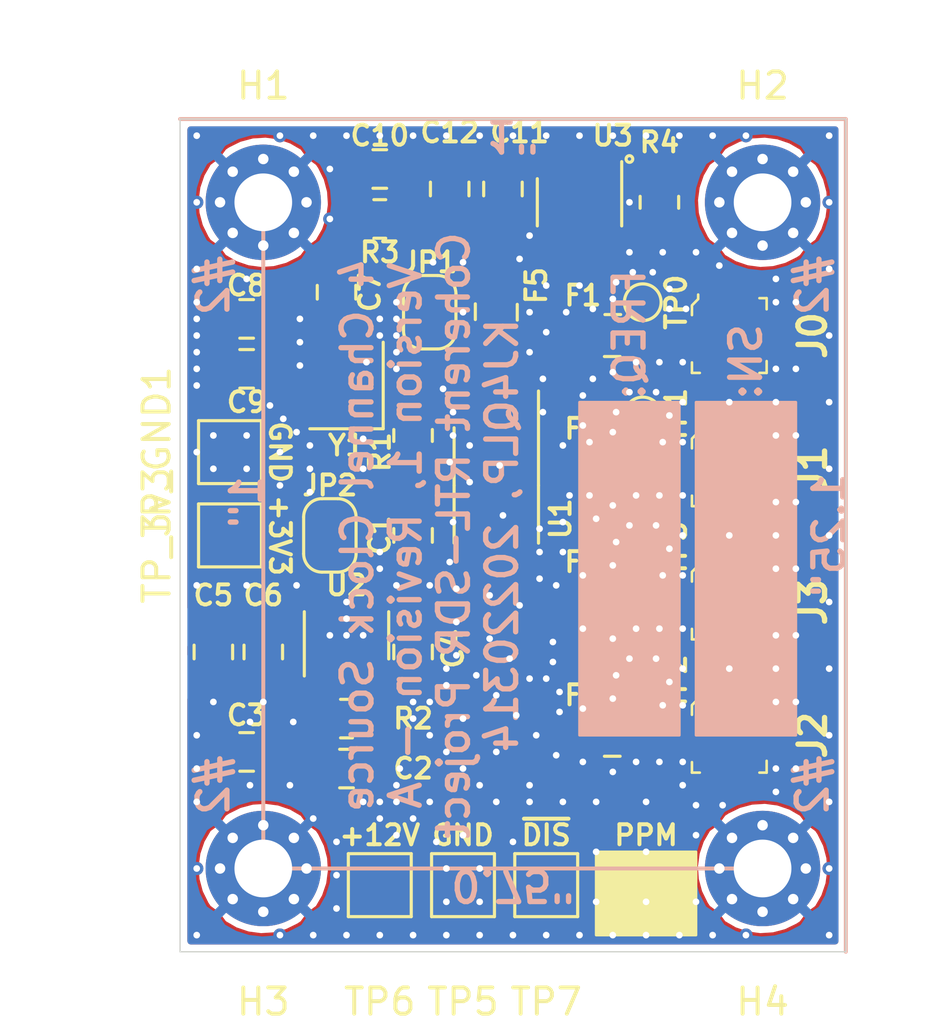
<source format=kicad_pcb>
(kicad_pcb (version 20211014) (generator pcbnew)
  (title_block (title "4 Channel Clock Source Board, V1") (date "2021-03-14") (rev "A") (company "Amateur Radio / Phased Arrays") (comment 1 "Coherent RTL-SDR Projects") (comment 2 "creativecommons.org/licenses/by/4.0/") (comment 3 "License: CC BY 4.0") (comment 4 "Author: Zach Leffke, KJ4QLP"))
  (layers (0 "F.Cu" signal) (31 "B.Cu" signal) (34 "B.Paste" user) (35 "F.Paste" user) (36 "B.SilkS" user "B.Silkscreen") (37 "F.SilkS" user "F.Silkscreen") (38 "B.Mask" user) (39 "F.Mask" user) (44 "Edge.Cuts" user))
  (net 0 "")
  (net 1 "+3V3")
  (net 2 "GND")
  (net 3 "Net-(F1-Pad2)")
  (net 4 "Net-(F2-Pad2)")
  (net 5 "Net-(F3-Pad2)")
  (net 6 "Net-(F4-Pad2)")
  (net 7 "Net-(F5-Pad1)")
  (net 8 "Net-(F5-Pad2)")
  (net 9 "/Y0")
  (net 10 "/Y1")
  (net 11 "/Y2")
  (net 12 "/Y3")
  (net 13 "+12V")
  (net 14 "Net-(C4-Pad1)")
  (net 15 "Net-(C5-Pad1)")
  (net 16 "Net-(R2-Pad2)")
  (net 17 "Net-(C10-Pad1)")
  (net 18 "Net-(C7-Pad1)")
  (net 19 "Net-(R1-Pad1)")
  (net 20 "Net-(Y1-Pad1)")
  (net 21 "Net-(C12-Pad1)")
  (footprint "kj4qlp:0805_3PC_Pad" (layer "F.Cu") (at 143.51 71.755)
    (fp_text reference "F1")
    (fp_text value "MEM2012S35R0T001")
  )
  (footprint "kj4qlp:0805_3PC_Pad" (layer "F.Cu") (at 143.51 76.835)
    (fp_text reference "F2")
    (fp_text value "MEM2012S35R0T001")
  )
  (footprint "kj4qlp:0805_3PC_Pad" (layer "F.Cu") (at 143.51 86.995)
    (fp_text reference "F3")
    (fp_text value "MEM2012S35R0T001")
  )
  (footprint "digikey-footprints:Molex_734120114_UMC_RF_CONN_Vertical" (layer "F.Cu") (at 147.955 71.755 -90)
    (fp_text reference "J0")
    (fp_text value "Y0")
  )
  (footprint "digikey-footprints:Molex_734120114_UMC_RF_CONN_Vertical" (layer "F.Cu") (at 147.955 76.835 -90)
    (fp_text reference "J1")
    (fp_text value "Y1")
  )
  (footprint "digikey-footprints:Molex_734120114_UMC_RF_CONN_Vertical" (layer "F.Cu") (at 147.955 86.995 -90)
    (fp_text reference "J2")
    (fp_text value "Y2")
  )
  (footprint "Resistor_SMD:R_0805_2012Metric" (layer "F.Cu") (at 135.89 75.565 -90)
    (fp_text reference "R1")
    (fp_text value "100k")
  )
  (footprint "TestPoint:TestPoint_Pad_2.0x2.0mm" (layer "F.Cu") (at 128.905 79.375)
    (fp_text reference "TP_3v3")
    (fp_text value "TestPoint")
  )
  (footprint "kj4qlp:0805_3PC_Pad" (layer "F.Cu") (at 143.51 81.915)
    (fp_text reference "F4")
    (fp_text value "MEM2012S35R0T001")
  )
  (footprint "digikey-footprints:Molex_734120114_UMC_RF_CONN_Vertical" (layer "F.Cu") (at 147.955 81.915 -90)
    (fp_text reference "J3")
    (fp_text value "Y3")
  )
  (footprint "Package_SO:TSSOP-8_4.4x3mm_P0.65mm" (layer "F.Cu") (at 139.065 77.47 -90)
    (fp_text reference "U1")
    (fp_text value "5PB1104PGxx")
  )
  (footprint "Capacitor_SMD:C_0805_2012Metric" (layer "F.Cu") (at 135.89 79.375 90)
    (fp_text reference "C1")
    (fp_text value "0.1uF")
  )
  (footprint "TestPoint:TestPoint_Pad_D1.0mm" (layer "F.Cu") (at 144.653 70.485)
    (fp_text reference "TP0")
    (fp_text value "TestPoint")
  )
  (footprint "TestPoint:TestPoint_Pad_D1.0mm" (layer "F.Cu") (at 144.653 74.803)
    (fp_text reference "TP1")
    (fp_text value "TestPoint")
  )
  (footprint "TestPoint:TestPoint_Pad_D1.0mm" (layer "F.Cu") (at 144.653 79.883)
    (fp_text reference "TP3")
    (fp_text value "TestPoint")
  )
  (footprint "MountingHole:MountingHole_2.2mm_M2_Pad_Via" (layer "F.Cu") (at 149.225 66.675)
    (fp_text reference "H2")
    (fp_text value "MountingHole_Pad")
  )
  (footprint "MountingHole:MountingHole_2.2mm_M2_Pad_Via" (layer "F.Cu") (at 130.175 66.675)
    (fp_text reference "H1")
    (fp_text value "MountingHole_Pad")
  )
  (footprint "Jumper:SolderJumper-2_P1.3mm_Open_RoundedPad1.0x1.5mm" (layer "F.Cu") (at 136.525 70.866 -90)
    (fp_text reference "JP1")
    (fp_text value "CLKIN_FILT_BYPASS")
  )
  (footprint "MountingHole:MountingHole_2.2mm_M2_Pad_Via" (layer "F.Cu") (at 130.175 92.075)
    (fp_text reference "H3")
    (fp_text value "MountingHole_Pad")
  )
  (footprint "MountingHole:MountingHole_2.2mm_M2_Pad_Via" (layer "F.Cu") (at 149.225 92.075)
    (fp_text reference "H4")
    (fp_text value "MountingHole_Pad")
  )
  (footprint "Capacitor_SMD:C_0805_2012Metric" (layer "F.Cu") (at 133.35 88.265)
    (fp_text reference "C2")
    (fp_text value "1uF")
  )
  (footprint "Capacitor_SMD:C_0805_2012Metric" (layer "F.Cu") (at 129.54 87.63 180)
    (fp_text reference "C3")
    (fp_text value "0.1uF")
  )
  (footprint "Capacitor_SMD:C_0805_2012Metric" (layer "F.Cu") (at 135.89 83.82 -90)
    (fp_text reference "C4")
    (fp_text value "0.1uF")
  )
  (footprint "Capacitor_SMD:C_0805_2012Metric" (layer "F.Cu") (at 128.27 83.82 -90)
    (fp_text reference "C5")
    (fp_text value "10uF")
  )
  (footprint "Jumper:SolderJumper-2_P1.3mm_Open_RoundedPad1.0x1.5mm" (layer "F.Cu") (at 132.715 79.375 90)
    (fp_text reference "JP2")
    (fp_text value "VREG")
  )
  (footprint "Resistor_SMD:R_0805_2012Metric" (layer "F.Cu") (at 133.35 86.36)
    (fp_text reference "R2")
    (fp_text value "100k")
  )
  (footprint "TestPoint:TestPoint_Pad_2.0x2.0mm" (layer "F.Cu") (at 134.62 92.71)
    (fp_text reference "TP6")
    (fp_text value "TestPoint")
  )
  (footprint "TestPoint:TestPoint_Pad_2.0x2.0mm" (layer "F.Cu") (at 137.795 92.71)
    (fp_text reference "TP5")
    (fp_text value "TestPoint")
  )
  (footprint "Package_TO_SOT_SMD:SOT-23-5" (layer "F.Cu") (at 133.35 83.185 90)
    (fp_text reference "U2")
    (fp_text value "SPX3819M5-L-3-3")
  )
  (footprint "Capacitor_SMD:C_0805_2012Metric" (layer "F.Cu") (at 130.175 83.82 -90)
    (fp_text reference "C6")
    (fp_text value "0.1uF")
  )
  (footprint "TestPoint:TestPoint_Pad_D1.0mm" (layer "F.Cu") (at 144.653 84.963)
    (fp_text reference "TP2")
    (fp_text value "TestPoint")
  )
  (footprint "TestPoint:TestPoint_Pad_2.0x2.0mm" (layer "F.Cu") (at 140.97 92.71)
    (fp_text reference "TP7")
    (fp_text value "TestPoint")
  )
  (footprint "Capacitor_SMD:C_0805_2012Metric" (layer "F.Cu") (at 132.969 70.104 90)
    (fp_text reference "C7")
    (fp_text value "1000pF")
  )
  (footprint "Capacitor_SMD:C_0805_2012Metric" (layer "F.Cu") (at 129.54 71.12 180)
    (fp_text reference "C8")
    (fp_text value "0.1uF")
  )
  (footprint "Capacitor_SMD:C_0805_2012Metric" (layer "F.Cu") (at 129.54 73.025 180)
    (fp_text reference "C9")
    (fp_text value "0.01uF")
  )
  (footprint "Capacitor_SMD:C_0805_2012Metric" (layer "F.Cu") (at 134.62 65.405 180)
    (fp_text reference "C10")
    (fp_text value "10pF")
  )
  (footprint "Resistor_SMD:R_0805_2012Metric" (layer "F.Cu") (at 134.62 67.31 180)
    (fp_text reference "R3")
    (fp_text value "10k")
  )
  (footprint "Package_TO_SOT_SMD:SOT-23-6" (layer "F.Cu") (at 142.24 66.675 -90)
    (fp_text reference "U3")
    (fp_text value "SN74LVC2G14DBV")
  )
  (footprint "Crystal:Crystal_SMD_2520-4Pin_2.5x2.0mm" (layer "F.Cu") (at 133.35 73.66 90)
    (fp_text reference "Y1")
    (fp_text value "TCXO_B31")
  )
  (footprint "TestPoint:TestPoint_Pad_2.0x2.0mm" (layer "F.Cu") (at 128.905 76.2)
    (fp_text reference "TP_GND1")
    (fp_text value "TestPoint")
  )
  (footprint "Capacitor_SMD:C_0805_2012Metric" (layer "F.Cu") (at 139.319 66.167 90)
    (fp_text reference "C11")
    (fp_text value "0.1uF")
  )
  (footprint "kj4qlp:0805_3PC_Pad" (layer "F.Cu") (at 139.065 70.866 -90)
    (fp_text reference "F5")
    (fp_text value "MEM2012S35R0T001")
  )
  (footprint "Capacitor_SMD:C_0805_2012Metric" (layer "F.Cu") (at 137.287 66.167 -90)
    (fp_text reference "C12")
    (fp_text value "1000pF")
  )
  (footprint "Resistor_SMD:R_0805_2012Metric" (layer "F.Cu") (at 145.288 66.675 90)
    (fp_text reference "R4")
    (fp_text value "10k")
  )
  (gr_line (start 152.4 63.5) (end 152.4 95.25) (layer "B.SilkS") (width 0.15))
  (gr_line (start 127 63.5) (end 152.4 63.5) (layer "B.SilkS") (width 0.15))
  (gr_poly (pts (xy 146.05 86.995) (xy 142.24 86.995) (xy 142.24 74.295) (xy 146.05 74.295)) (layer "B.SilkS") (width 0.1) (fill solid))
  (gr_poly (pts (xy 150.495 86.995) (xy 146.685 86.995) (xy 146.685 74.295) (xy 150.495 74.295)) (layer "B.SilkS") (width 0.1) (fill solid))
  (gr_line (start 130.175 92.075) (end 149.225 92.075) (layer "B.SilkS") (width 0.15))
  (gr_line (start 130.175 66.675) (end 130.175 92.075) (layer "B.SilkS") (width 0.15))
  (gr_poly (pts (xy 146.685 94.615) (xy 142.875 94.615) (xy 142.875 91.44) (xy 146.685 91.44)) (layer "F.SilkS") (width 0.1) (fill solid))
  (gr_circle (center 144.145 65.024) (end 144.145 65.151) (layer "F.SilkS") (width 0.12) (fill none))
  (gr_line (start 127 95.25) (end 127 63.5) (layer "Edge.Cuts") (width 0.05))
  (gr_line (start 152.4 95.25) (end 127 95.25) (layer "Edge.Cuts") (width 0.05))
  (gr_line (start 152.4 63.5) (end 152.4 95.25) (layer "Edge.Cuts") (width 0.05))
  (gr_line (start 127 63.5) (end 152.4 63.5) (layer "Edge.Cuts") (width 0.05))
  (gr_text "4 Channel Clock Source\nVersion 1, Revision - A\nCoherent RTL-SDR Project\nKJ4QLP, 20220314" (at 136.525 79.375 90) (layer "B.SilkS") (effects (font (size 1.143 1.143) (thickness 0.2032)) (justify mirror)))
  (gr_text "SN:" (at 148.59 74.295 90) (layer "B.SilkS") (effects (font (size 1.143 1.143) (thickness 0.2032)) (justify right mirror)))
  (gr_text "#2" (at 151.13 88.9 90) (layer "B.SilkS") (effects (font (size 1.143 1.143) (thickness 0.2032)) (justify mirror)))
  (gr_text "#2" (at 151.13 69.85 90) (layer "B.SilkS") (effects (font (size 1.143 1.143) (thickness 0.2032)) (justify mirror)))
  (gr_text "#2" (at 128.27 69.85 90) (layer "B.SilkS") (effects (font (size 1.143 1.143) (thickness 0.2032)) (justify mirror)))
  (gr_text "#2" (at 128.27 88.9 90) (layer "B.SilkS") (effects (font (size 1.143 1.143) (thickness 0.2032)) (justify mirror)))
  (gr_text "1\"" (at 129.54 78.105 90) (layer "B.SilkS") (effects (font (size 1.143 1.143) (thickness 0.2032)) (justify mirror)))
  (gr_text "0.75\"" (at 139.7 92.71 180) (layer "B.SilkS") (effects (font (size 1.143 1.143) (thickness 0.2032)) (justify mirror)))
  (gr_text "1.25\"" (at 151.765 79.375 90) (layer "B.SilkS") (effects (font (size 1.143 1.143) (thickness 0.2032)) (justify mirror)))
  (gr_text "1\"" (at 139.7 64.135 180) (layer "B.SilkS") (effects (font (size 1.143 1.143) (thickness 0.2032)) (justify mirror)))
  (gr_text "FREQ:" (at 144.145 74.295 90) (layer "B.SilkS") (effects (font (size 1.143 1.143) (thickness 0.2032)) (justify right mirror)))
  (gr_text "GND" (at 137.795 90.805) (layer "F.SilkS") (effects (font (size 0.762 0.762) (thickness 0.1524))))
  (gr_text "+3V3" (at 130.81 79.375 270) (layer "F.SilkS") (effects (font (size 0.762 0.762) (thickness 0.1524))))
  (gr_text "GND" (at 130.81 76.2 -90) (layer "F.SilkS") (effects (font (size 0.762 0.762) (thickness 0.1524))))
  (gr_text "~{DIS}" (at 140.97 90.805) (layer "F.SilkS") (effects (font (size 0.762 0.762) (thickness 0.1524))))
  (gr_text "PPM" (at 144.78 90.805) (layer "F.SilkS") (effects (font (size 0.762 0.762) (thickness 0.1524))))
  (gr_text "+12V" (at 134.62 90.805) (layer "F.SilkS") (effects (font (size 0.762 0.762) (thickness 0.1524))))
  (segment (start 140.6525 66.8655) (end 142.1145 66.8655) (width 0.254) (layer "F.Cu") (net 1))
  (segment (start 130.49 71.12) (end 130.49 73.025) (width 0.508) (layer "F.Cu") (net 1))
  (segment (start 138.938 68.199) (end 139.319 67.818) (width 0.254) (layer "F.Cu") (net 1))
  (segment (start 130.49 71.12) (end 131.506 70.104) (width 0.254) (layer "F.Cu") (net 1))
  (segment (start 138.74 79.177) (end 137.287 77.724) (width 0.254) (layer "F.Cu") (net 1))
  (segment (start 134.4295 70.104) (end 136.3345 68.199) (width 0.254) (layer "F.Cu") (net 1))
  (segment (start 130.81 79.375) (end 131.46 78.725) (width 0.762) (layer "F.Cu") (net 1))
  (segment (start 138.74 80.3325) (end 138.74 79.177) (width 0.254) (layer "F.Cu") (net 1))
  (segment (start 142.24 66.991) (end 142.24 67.775) (width 0.254) (layer "F.Cu") (net 1))
  (segment (start 132 74.535) (end 130.49 73.025) (width 0.508) (layer "F.Cu") (net 1))
  (segment (start 131.506 70.104) (end 134.4295 70.104) (width 0.254) (layer "F.Cu") (net 1))
  (segment (start 135.89 77.47) (end 137.033 77.47) (width 0.254) (layer "F.Cu") (net 1))
  (segment (start 142.1145 66.8655) (end 142.24 66.991) (width 0.254) (layer "F.Cu") (net 1))
  (segment (start 132.715 78.725) (end 133.6825 78.725) (width 0.762) (layer "F.Cu") (net 1))
  (segment (start 140.401 67.117) (end 140.6525 66.8655) (width 0.254) (layer "F.Cu") (net 1))
  (segment (start 132.715 74.6) (end 132.65 74.535) (width 0.508) (layer "F.Cu") (net 1))
  (segment (start 131.46 78.725) (end 132.715 78.725) (width 0.762) (layer "F.Cu") (net 1))
  (segment (start 139.319 67.117) (end 140.401 67.117) (width 0.254) (layer "F.Cu") (net 1))
  (segment (start 137.033 77.47) (end 137.287 77.724) (width 0.254) (layer "F.Cu") (net 1))
  (segment (start 133.6825 78.725) (end 134.9375 77.47) (width 0.762) (layer "F.Cu") (net 1))
  (segment (start 136.3345 68.199) (end 138.938 68.199) (width 0.254) (layer "F.Cu") (net 1))
  (segment (start 137.287 77.724) (end 137.16 77.597) (width 0.254) (layer "F.Cu") (net 1))
  (segment (start 134.9375 77.47) (end 135.89 77.47) (width 0.762) (layer "F.Cu") (net 1))
  (segment (start 132.65 78.66) (end 132.715 78.725) (width 0.508) (layer "F.Cu") (net 1))
  (segment (start 128.905 79.375) (end 130.81 79.375) (width 0.762) (layer "F.Cu") (net 1))
  (segment (start 135.89 76.4775) (end 135.89 77.47) (width 0.762) (layer "F.Cu") (net 1))
  (segment (start 132.715 78.725) (end 132.715 74.6) (width 0.508) (layer "F.Cu") (net 1))
  (segment (start 139.319 67.818) (end 139.319 67.117) (width 0.254) (layer "F.Cu") (net 1))
  (segment (start 135.89 78.425) (end 135.89 77.47) (width 0.762) (layer "F.Cu") (net 1))
  (segment (start 132.65 74.535) (end 132 74.535) (width 0.508) (layer "F.Cu") (net 1))
  (via (at 137.414 74.676) (size 0.508) (drill 0.254) (layers "F.Cu" "B.Cu") (net 2))
  (via (at 143.51 75.438) (size 0.508) (drill 0.254) (layers "F.Cu" "B.Cu") (net 2))
  (via (at 143.51 78.232) (size 0.508) (drill 0.254) (layers "F.Cu" "B.Cu") (net 2))
  (via (at 143.51 80.518) (size 0.508) (drill 0.254) (layers "F.Cu" "B.Cu") (net 2))
  (via (at 143.51 83.312) (size 0.508) (drill 0.254) (layers "F.Cu" "B.Cu") (net 2))
  (via (at 143.51 85.598) (size 0.508) (drill 0.254) (layers "F.Cu" "B.Cu") (net 2))
  (via (at 143.51 88.392) (size 0.508) (drill 0.254) (layers "F.Cu" "B.Cu") (net 2))
  (via (at 143.51 73.152) (size 0.508) (drill 0.254) (layers "F.Cu" "B.Cu") (net 2))
  (via (at 143.51 70.358) (size 0.508) (drill 0.254) (layers "F.Cu" "B.Cu") (net 2))
  (via (at 140.335 72.39) (size 0.508) (drill 0.254) (layers "F.Cu" "B.Cu") (net 2))
  (via (at 140.97 71.628) (size 0.508) (drill 0.254) (layers "F.Cu" "B.Cu") (net 2))
  (via (at 141.732 70.866) (size 0.508) (drill 0.254) (layers "F.Cu" "B.Cu") (net 2))
  (via (at 142.748 70.739) (size 0.508) (drill 0.254) (layers "F.Cu" "B.Cu") (net 2))
  (via (at 141.605 75.946) (size 0.508) (drill 0.254) (layers "F.Cu" "B.Cu") (net 2))
  (via (at 142.367 75.184) (size 0.508) (drill 0.254) (layers "F.Cu" "B.Cu") (net 2))
  (via (at 142.367 74.041) (size 0.508) (drill 0.254) (layers "F.Cu" "B.Cu") (net 2))
  (via (at 142.748 73.406) (size 0.508) (drill 0.254) (layers "F.Cu" "B.Cu") (net 2))
  (via (at 144.399 72.771) (size 0.508) (drill 0.254) (layers "F.Cu" "B.Cu") (net 2))
  (via (at 145.288 72.771) (size 0.508) (drill 0.254) (layers "F.Cu" "B.Cu") (net 2))
  (via (at 142.621 75.819) (size 0.508) (drill 0.254) (layers "F.Cu" "B.Cu") (net 2))
  (via (at 142.621 77.851) (size 0.508) (drill 0.254) (layers "F.Cu" "B.Cu") (net 2))
  (via (at 141.859 77.851) (size 0.508) (drill 0.254) (layers "F.Cu" "B.Cu") (net 2))
  (via (at 140.716 79.121) (size 0.508) (drill 0.254) (layers "F.Cu" "B.Cu") (net 2))
  (via (at 141.605 78.867) (size 0.508) (drill 0.254) (layers "F.Cu" "B.Cu") (net 2))
  (via (at 141.224 83.439) (size 0.508) (drill 0.254) (layers "F.Cu" "B.Cu") (net 2))
  (via (at 140.716 80.01) (size 0.508) (drill 0.254) (layers "F.Cu" "B.Cu") (net 2))
  (via (at 146.177 82.931) (size 0.508) (drill 0.254) (layers "F.Cu" "B.Cu") (net 2))
  (via (at 142.367 80.899) (size 0.508) (drill 0.254) (layers "F.Cu" "B.Cu") (net 2))
  (via (at 143.637 79.629) (size 0.508) (drill 0.254) (layers "F.Cu" "B.Cu") (net 2))
  (via (at 144.145 78.994) (size 0.508) (drill 0.254) (layers "F.Cu" "B.Cu") (net 2))
  (via (at 145.161 78.994) (size 0.508) (drill 0.254) (layers "F.Cu" "B.Cu") (net 2))
  (via (at 145.415 80.899) (size 0.508) (drill 0.254) (layers "F.Cu" "B.Cu") (net 2))
  (via (at 146.177 80.899) (size 0.508) (drill 0.254) (layers "F.Cu" "B.Cu") (net 2))
  (via (at 146.177 79.375) (size 0.508) (drill 0.254) (layers "F.Cu" "B.Cu") (net 2))
  (via (at 146.177 77.851) (size 0.508) (drill 0.254) (layers "F.Cu" "B.Cu") (net 2))
  (via (at 140.716 81.026) (size 0.508) (drill 0.254) (layers "F.Cu" "B.Cu") (net 2))
  (via (at 141.351 81.28) (size 0.508) (drill 0.254) (layers "F.Cu" "B.Cu") (net 2))
  (via (at 138.811 81.661) (size 0.508) (drill 0.254) (layers "F.Cu" "B.Cu") (net 2))
  (via (at 138.811 83.312) (size 0.508) (drill 0.254) (layers "F.Cu" "B.Cu") (net 2))
  (via (at 144.399 82.931) (size 0.508) (drill 0.254) (layers "F.Cu" "B.Cu") (net 2))
  (via (at 139.573 84.074) (size 0.508) (drill 0.254) (layers "F.Cu" "B.Cu") (net 2))
  (via (at 140.335 84.836) (size 0.508) (drill 0.254) (layers "F.Cu" "B.Cu") (net 2))
  (via (at 140.97 84.836) (size 0.508) (drill 0.254) (layers "F.Cu" "B.Cu") (net 2))
  (via (at 141.478 86.106) (size 0.508) (drill 0.254) (layers "F.Cu" "B.Cu") (net 2))
  (via (at 141.478 85.344) (size 0.508) (drill 0.254) (layers "F.Cu" "B.Cu") (net 2))
  (via (at 137.541 82.677) (size 0.508) (drill 0.254) (layers "F.Cu" "B.Cu") (net 2))
  (via (at 142.367 85.979) (size 0.508) (drill 0.254) (layers "F.Cu" "B.Cu") (net 2))
  (via (at 139.954 82.042) (size 0.508) (drill 0.254) (layers "F.Cu" "B.Cu") (net 2))
  (via (at 141.224 84.201) (size 0.508) (drill 0.254) (layers "F.Cu" "B.Cu") (net 2))
  (via (at 142.367 82.931) (size 0.508) (drill 0.254) (layers "F.Cu" "B.Cu") (net 2))
  (via (at 146.177 84.455) (size 0.508) (drill 0.254) (layers "F.Cu" "B.Cu") (net 2))
  (via (at 146.177 85.852) (size 0.508) (drill 0.254) (layers "F.Cu" "B.Cu") (net 2))
  (via (at 145.288 82.931) (size 0.508) (drill 0.254) (layers "F.Cu" "B.Cu") (net 2))
  (via (at 145.288 77.851) (size 0.508) (drill 0.254) (layers "F.Cu" "B.Cu") (net 2))
  (via (at 144.399 77.851) (size 0.508) (drill 0.254) (layers "F.Cu" "B.Cu") (net 2))
  (via (at 144.399 88.011) (size 0.508) (drill 0.254) (layers "F.Cu" "B.Cu") (net 2))
  (via (at 146.177 88.011) (size 0.508) (drill 0.254) (layers "F.Cu" "B.Cu") (net 2))
  (via (at 145.288 88.011) (size 0.508) (drill 0.254) (layers "F.Cu" "B.Cu") (net 2))
  (via (at 145.415 85.852) (size 0.508) (drill 0.254) (layers "F.Cu" "B.Cu") (net 2))
  (via (at 142.367 88.011) (size 0.508) (drill 0.254) (layers "F.Cu" "B.Cu") (net 2))
  (via (at 137.541 83.947) (size 0.508) (drill 0.254) (layers "F.Cu" "B.Cu") (net 2))
  (via (at 138.303 84.709) (size 0.508) (drill 0.254) (layers "F.Cu" "B.Cu") (net 2))
  (via (at 139.065 85.471) (size 0.508) (drill 0.254) (layers "F.Cu" "B.Cu") (net 2))
  (via (at 139.827 86.233) (size 0.508) (drill 0.254) (layers "F.Cu" "B.Cu") (net 2))
  (via (at 140.589 86.995) (size 0.508) (drill 0.254) (layers "F.Cu" "B.Cu") (net 2))
  (via (at 141.351 87.757) (size 0.508) (drill 0.254) (layers "F.Cu" "B.Cu") (net 2))
  (via (at 137.541 81.407) (size 0.508) (drill 0.254) (layers "F.Cu" "B.Cu") (net 2))
  (via (at 136.525 81.28) (size 0.508) (drill 0.254) (layers "F.Cu" "B.Cu") (net 2))
  (via (at 135.255 81.28) (size 0.508) (drill 0.254) (layers "F.Cu" "B.Cu") (net 2))
  (via (at 137.287 80.391) (size 0.508) (drill 0.254) (layers "F.Cu" "B.Cu") (net 2))
  (via (at 137.414 78.867) (size 0.508) (drill 0.254) (layers "F.Cu" "B.Cu") (net 2))
  (via (at 139.319 78.613) (size 0.508) (drill 0.254) (layers "F.Cu" "B.Cu") (net 2))
  (via (at 138.049 77.343) (size 0.508) (drill 0.254) (layers "F.Cu" "B.Cu") (net 2))
  (via (at 139.192 76.708) (size 0.508) (drill 0.254) (layers "F.Cu" "B.Cu") (net 2))
  (via (at 137.033 73.787) (size 0.508) (drill 0.254) (layers "F.Cu" "B.Cu") (net 2))
  (via (at 137.287 76.581) (size 0.508) (drill 0.254) (layers "F.Cu" "B.Cu") (net 2))
  (via (at 146.177 75.819) (size 0.508) (drill 0.254) (layers "F.Cu" "B.Cu") (net 2))
  (via (at 146.177 74.295) (size 0.508) (drill 0.254) (layers "F.Cu" "B.Cu") (net 2))
  (via (at 146.177 72.771) (size 0.508) (drill 0.254) (layers "F.Cu" "B.Cu") (net 2))
  (via (at 145.415 75.819) (size 0.508) (drill 0.254) (layers "F.Cu" "B.Cu") (net 2))
  (via (at 143.637 69.723) (size 0.508) (drill 0.254) (layers "F.Cu" "B.Cu") (net 2))
  (via (at 146.304 70.739) (size 0.508) (drill 0.254) (layers "F.Cu" "B.Cu") (net 2))
  (via (at 144.272 69.342) (size 0.508) (drill 0.254) (layers "F.Cu" "B.Cu") (net 2))
  (via (at 145.034 69.342) (size 0.508) (drill 0.254) (layers "F.Cu" "B.Cu") (net 2))
  (via (at 144.145 68.58) (size 0.508) (drill 0.254) (layers "F.Cu" "B.Cu") (net 2))
  (via (at 142.24 69.85) (size 0.508) (drill 0.254) (layers "F.Cu" "B.Cu") (net 2))
  (via (at 145.669 69.977) (size 0.508) (drill 0.254) (layers "F.Cu" "B.Cu") (net 2))
  (via (at 143.637 74.676) (size 0.508) (drill 0.254) (layers "F.Cu" "B.Cu") (net 2))
  (via (at 144.145 73.914) (size 0.508) (drill 0.254) (layers "F.Cu" "B.Cu") (net 2))
  (via (at 145.161 73.914) (size 0.508) (drill 0.254) (layers "F.Cu" "B.Cu") (net 2))
  (via (at 145.669 74.803) (size 0.508) (drill 0.254) (layers "F.Cu" "B.Cu") (net 2))
  (via (at 145.669 79.883) (size 0.508) (drill 0.254) (layers "F.Cu" "B.Cu") (net 2))
  (via (at 143.637 84.709) (size 0.508) (drill 0.254) (layers "F.Cu" "B.Cu") (net 2))
  (via (at 144.145 84.074) (size 0.508) (drill 0.254) (layers "F.Cu" "B.Cu") (net 2))
  (via (at 145.161 84.074) (size 0.508) (drill 0.254) (layers "F.Cu" "B.Cu") (net 2))
  (via (at 145.669 84.963) (size 0.508) (drill 0.254) (layers "F.Cu" "B.Cu") (net 2))
  (via (at 135.89 85.725) (size 0.508) (drill 0.254) (layers "F.Cu" "B.Cu") (net 2))
  (via (at 136.525 85.725) (size 0.508) (drill 0.254) (layers "F.Cu" "B.Cu") (net 2))
  (via (at 135.255 88.9) (size 0.508) (drill 0.254) (layers "F.Cu" "B.Cu") (net 2))
  (via (at 127.635 88.265) (size 0.508) (drill 0.254) (layers "F.Cu" "B.Cu") (net 2))
  (via (at 127.635 86.995) (size 0.508) (drill 0.254) (layers "F.Cu" "B.Cu") (net 2))
  (via (at 137.16 92.075) (size 0.508) (drill 0.254) (layers "F.Cu" "B.Cu") (net 2))
  (via (at 138.43 92.075) (size 0.508) (drill 0.254) (layers "F.Cu" "B.Cu") (net 2))
  (via (at 138.43 93.345) (size 0.508) (drill 0.254) (layers "F.Cu" "B.Cu") (net 2))
  (via (at 137.16 93.345) (size 0.508) (drill 0.254) (layers "F.Cu" "B.Cu") (net 2))
  (via (at 135.382 88.265) (size 0.508) (drill 0.254) (layers "F.Cu" "B.Cu") (net 2))
  (via (at 151.765 64.135) (size 0.508) (drill 0.254) (layers "F.Cu" "B.Cu") (net 2))
  (via (at 151.765 69.215) (size 0.508) (drill 0.254) (layers "F.Cu" "B.Cu") (net 2))
  (via (at 151.765 71.755) (size 0.508) (drill 0.254) (layers "F.Cu" "B.Cu") (net 2))
  (via (at 151.765 74.295) (size 0.508) (drill 0.254) (layers "F.Cu" "B.Cu") (net 2))
  (via (at 151.765 76.835) (size 0.508) (drill 0.254) (layers "F.Cu" "B.Cu") (net 2))
  (via (at 151.765 79.375) (size 0.508) (drill 0.254) (layers "F.Cu" "B.Cu") (net 2))
  (via (at 151.765 81.915) (size 0.508) (drill 0.254) (layers "F.Cu" "B.Cu") (net 2))
  (via (at 151.765 84.455) (size 0.508) (drill 0.254) (layers "F.Cu" "B.Cu") (net 2))
  (via (at 151.765 86.995) (size 0.508) (drill 0.254) (layers "F.Cu" "B.Cu") (net 2))
  (via (at 151.765 89.535) (size 0.508) (drill 0.254) (layers "F.Cu" "B.Cu") (net 2))
  (via (at 139.7 64.135) (size 0.508) (drill 0.254) (layers "F.Cu" "B.Cu") (net 2))
  (via (at 144.78 64.135) (size 0.508) (drill 0.254) (layers "F.Cu" "B.Cu") (net 2))
  (via (at 147.32 64.135) (size 0.508) (drill 0.254) (layers "F.Cu" "B.Cu") (net 2))
  (via (at 142.24 64.135) (size 0.508) (drill 0.254) (layers "F.Cu" "B.Cu") (net 2))
  (via (at 134.62 64.135) (size 0.508) (drill 0.254) (layers "F.Cu" "B.Cu") (net 2))
  (via (at 132.08 64.135) (size 0.508) (drill 0.254) (layers "F.Cu" "B.Cu") (net 2))
  (via (at 137.16 64.135) (size 0.508) (drill 0.254) (layers "F.Cu" "B.Cu") (net 2))
  (via (at 134.62 94.615) (size 0.508) (drill 0.254) (layers "F.Cu" "B.Cu") (net 2))
  (via (at 142.24 94.615) (size 0.508) (drill 0.254) (layers "F.Cu" "B.Cu") (net 2))
  (via (at 132.08 94.615) (size 0.508) (drill 0.254) (layers "F.Cu" "B.Cu") (net 2))
  (via (at 139.7 94.615) (size 0.508) (drill 0.254) (layers "F.Cu" "B.Cu") (net 2))
  (via (at 137.16 94.615) (size 0.508) (drill 0.254) (layers "F.Cu" "B.Cu") (net 2))
  (via (at 147.32 94.615) (size 0.508) (drill 0.254) (layers "F.Cu" "B.Cu") (net 2))
  (via (at 144.78 94.615) (size 0.508) (drill 0.254) (layers "F.Cu" "B.Cu") (net 2))
  (via (at 127.635 69.215) (size 0.508) (drill 0.254) (layers "F.Cu" "B.Cu") (net 2))
  (via (at 127.635 71.12) (size 0.508) (drill 0.254) (layers "F.Cu" "B.Cu") (net 2))
  (via (at 127.635 73.66) (size 0.508) (drill 0.254) (layers "F.Cu" "B.Cu") (net 2))
  (via (at 127.635 73.025) (size 0.508) (drill 0.254) (layers "F.Cu" "B.Cu") (net 2))
  (via (at 127.635 81.28) (size 0.508) (drill 0.254) (layers "F.Cu" "B.Cu") (net 2))
  (via (at 151.765 66.675) (size 0.508) (drill 0.254) (layers "F.Cu" "B.Cu") (net 2))
  (via (at 142.875 89.535) (size 0.508) (drill 0.254) (layers "F.Cu" "B.Cu") (net 2))
  (via (at 146.685 90.805) (size 0.508) (drill 0.254) (layers "F.Cu" "B.Cu") (net 2))
  (via (at 141.605 89.535) (size 0.508) (drill 0.254) (layers "F.Cu" "B.Cu") (net 2))
  (via (at 140.335 89.535) (size 0.508) (drill 0.254) (layers "F.Cu" "B.Cu") (net 2))
  (via (at 136.525 86.995) (size 0.508) (drill 0.254) (layers "F.Cu" "B.Cu") (net 2))
  (via (at 137.16 87.63) (size 0.508) (drill 0.254) (layers "F.Cu" "B.Cu") (net 2))
  (via (at 151.765 94.615) (size 0.508) (drill 0.254) (layers "F.Cu" "B.Cu") (net 2))
  (via (at 127.635 94.615) (size 0.508) (drill 0.254) (layers "F.Cu" "B.Cu") (net 2))
  (via (at 127.635 89.535) (size 0.508) (drill 0.254) (layers "F.Cu" "B.Cu") (net 2))
  (via (at 127.635 64.135) (size 0.508) (drill 0.254) (layers "F.Cu" "B.Cu") (net 2))
  (via (at 150.495 80.645) (size 0.508) (drill 0.254) (layers "F.Cu" "B.Cu") (net 2))
  (via (at 150.495 70.485) (size 0.508) (drill 0.254) (layers "F.Cu" "B.Cu") (net 2))
  (via (at 150.495 85.725) (size 0.508) (drill 0.254) (layers "F.Cu" "B.Cu") (net 2))
  (via (at 150.495 83.185) (size 0.508) (drill 0.254) (layers "F.Cu" "B.Cu") (net 2))
  (via (at 150.495 75.565) (size 0.508) (drill 0.254) (layers "F.Cu" "B.Cu") (net 2))
  (via (at 150.495 78.105) (size 0.508) (drill 0.254) (layers "F.Cu" "B.Cu") (net 2))
  (via (at 150.495 73.025) (size 0.508) (drill 0.254) (layers "F.Cu" "B.Cu") (net 2))
  (via (at 150.495 88.265) (size 0.508) (drill 0.254) (layers "F.Cu" "B.Cu") (net 2))
  (via (at 131.445 81.28) (size 0.508) (drill 0.254) (layers "F.Cu" "B.Cu") (net 2))
  (via (at 133.35 83.185) (size 0.508) (drill 0.254) (layers "F.Cu" "B.Cu") (net 2))
  (via (at 129.54 81.28) (size 0.508) (drill 0.254) (layers "F.Cu" "B.Cu") (net 2))
  (via (at 137.795 90.805) (size 0.508) (drill 0.254) (layers "F.Cu" "B.Cu") (net 2))
  (via (at 136.525 89.535) (size 0.508) (drill 0.254) (layers "F.Cu" "B.Cu") (net 2))
  (via (at 135.89 90.17) (size 0.508) (drill 0.254) (layers "F.Cu" "B.Cu") (net 2))
  (via (at 136.779 91.059) (size 0.508) (drill 0.254) (layers "F.Cu" "B.Cu") (net 2))
  (via (at 139.7 91.059) (size 0.508) (drill 0.254) (layers "F.Cu" "B.Cu") (net 2))
  (via (at 132.969 91.059) (size 0.508) (drill 0.254) (layers "F.Cu" "B.Cu") (net 2))
  (via (at 129.667 88.9) (size 0.508) (drill 0.254) (layers "F.Cu" "B.Cu") (net 2))
  (via (at 131.191 88.9) (size 0.508) (drill 0.254) (layers "F.Cu" "B.Cu") (net 2))
  (via (at 129.667 86.487) (size 0.508) (drill 0.254) (layers "F.Cu" "B.Cu") (net 2))
  (via (at 131.318 86.487) (size 0.508) (drill 0.254) (layers "F.Cu" "B.Cu") (net 2))
  (via (at 147.955 74.295) (size 0.508) (drill 0.254) (layers "F.Cu" "B.Cu") (net 2))
  (via (at 149.733 74.295) (size 0.508) (drill 0.254) (layers "F.Cu" "B.Cu") (net 2))
  (via (at 147.955 79.375) (size 0.508) (drill 0.254) (layers "F.Cu" "B.Cu") (net 2))
  (via (at 147.955 84.455) (size 0.508) (drill 0.254) (layers "F.Cu" "B.Cu") (net 2))
  (via (at 149.733 84.455) (size 0.508) (drill 0.254) (layers "F.Cu" "B.Cu") (net 2))
  (via (at 149.733 79.375) (size 0.508) (drill 0.254) (layers "F.Cu" "B.Cu") (net 2))
  (via (at 146.177 88.9) (size 0.508) (drill 0.254) (layers "F.Cu" "B.Cu") (net 2))
  (via (at 147.701 89.662) (size 0.508) (drill 0.254) (layers "F.Cu" "B.Cu") (net 2))
  (via (at 146.685 89.662) (size 0.508) (drill 0.254) (layers "F.Cu" "B.Cu") (net 2))
  (via (at 149.733 88.265) (size 0.508) (drill 0.254) (layers "F.Cu" "B.Cu") (net 2))
  (via (at 149.733 89.154) (size 0.508) (drill 0.254) (layers "F.Cu" "B.Cu") (net 2))
  (via (at 149.733 85.725) (size 0.508) (drill 0.254) (layers "F.Cu" "B.Cu") (net 2))
  (via (at 149.733 83.185) (size 0.508) (drill 0.254) (layers "F.Cu" "B.Cu") (net 2))
  (via (at 149.733 80.645) (size 0.508) (drill 0.254) (layers "F.Cu" "B.Cu") (net 2))
  (via (at 149.733 78.105) (size 0.508) (drill 0.254) (layers "F.Cu" "B.Cu") (net 2))
  (via (at 149.733 75.565) (size 0.508) (drill 0.254) (layers "F.Cu" "B.Cu") (net 2))
  (via (at 149.733 73.025) (size 0.508) (drill 0.254) (layers "F.Cu" "B.Cu") (net 2))
  (via (at 149.733 70.485) (size 0.508) (drill 0.254) (layers "F.Cu" "B.Cu") (net 2))
  (via (at 149.733 69.596) (size 0.508) (drill 0.254) (layers "F.Cu" "B.Cu") (net 2))
  (via (at 147.574 69.088) (size 0.508) (drill 0.254) (layers "F.Cu" "B.Cu") (net 2))
  (via (at 151.765 92.075) (size 0.508) (drill 0.254) (layers "F.Cu" "B.Cu") (net 2))
  (via (at 128.27 76.835) (size 0.508) (drill 0.254) (layers "F.Cu" "B.Cu") (net 2))
  (via (at 129.54 76.835) (size 0.508) (drill 0.254) (layers "F.Cu" "B.Cu") (net 2))
  (via (at 129.54 75.565) (size 0.508) (drill 0.254) (layers "F.Cu" "B.Cu") (net 2))
  (via (at 128.27 75.565) (size 0.508) (drill 0.254) (layers "F.Cu" "B.Cu") (net 2))
  (via (at 140.335 70.866) (size 0.508) (drill 0.254) (layers "F.Cu" "B.Cu") (net 2))
  (via (at 137.795 70.866) (size 0.508) (drill 0.254) (layers "F.Cu" "B.Cu") (net 2))
  (via (at 138.43 64.135) (size 0.508) (drill 0.254) (layers "F.Cu" "B.Cu") (net 2))
  (via (at 135.255 73.025) (size 0.508) (drill 0.254) (layers "F.Cu" "B.Cu") (net 2))
  (via (at 134.62 71.755) (size 0.508) (drill 0.254) (layers "F.Cu" "B.Cu") (net 2))
  (via (at 135.255 71.755) (size 0.508) (drill 0.254) (layers "F.Cu" "B.Cu") (net 2))
  (via (at 135.255 72.39) (size 0.508) (drill 0.254) (layers "F.Cu" "B.Cu") (net 2))
  (via (at 133.985 76.835) (size 0.508) (drill 0.254) (layers "F.Cu" "B.Cu") (net 2))
  (via (at 131.953 76.835) (size 0.508) (drill 0.254) (layers "F.Cu" "B.Cu") (net 2))
  (via (at 130.81 77.47) (size 0.508) (drill 0.254) (layers "F.Cu" "B.Cu") (net 2))
  (via (at 127.635 76.2) (size 0.508) (drill 0.254) (layers "F.Cu" "B.Cu") (net 2))
  (via (at 130.429 74.422) (size 0.508) (drill 0.254) (layers "F.Cu" "B.Cu") (net 2))
  (via (at 146.685 68.58) (size 0.508) (drill 0.254) (layers "F.Cu" "B.Cu") (net 2))
  (via (at 145.669 70.739) (size 0.508) (drill 0.254) (layers "F.Cu" "B.Cu") (net 2))
  (via (at 132.715 65.405) (size 0.508) (drill 0.254) (layers "F.Cu" "B.Cu") (net 2))
  (via (at 131.572 72.009) (size 0.508) (drill 0.254) (layers "F.Cu" "B.Cu") (net 2))
  (via (at 139.954 68.834) (size 0.508) (drill 0.254) (layers "F.Cu" "B.Cu") (net 2))
  (via (at 129.54 69.596) (size 0.508) (drill 0.254) (layers "F.Cu" "B.Cu") (net 2))
  (via (at 140.97 69.85) (size 0.508) (drill 0.254) (layers "F.Cu" "B.Cu") (net 2))
  (via (at 136.652 68.961) (size 0.508) (drill 0.254) (layers "F.Cu" "B.Cu") (net 2))
  (via (at 141.605 80.01) (size 0.508) (drill 0.254) (layers "F.Cu" "B.Cu") (net 2))
  (via (at 142.875 78.74) (size 0.508) (drill 0.254) (layers "F.Cu" "B.Cu") (net 2))
  (via (at 132.715 67.31) (size 0.508) (drill 0.254) (layers "F.Cu" "B.Cu") (net 2))
  (via (at 134.112 72.771) (size 0.508) (drill 0.254) (layers "F.Cu" "B.Cu") (net 2))
  (via (at 137.795 68.961) (size 0.508) (drill 0.254) (layers "F.Cu" "B.Cu") (net 2))
  (via (at 135.255 70.485) (size 0.508) (drill 0.254) (layers "F.Cu" "B.Cu") (net 2))
  (via (at 143.51 64.135) (size 0.508) (drill 0.254) (layers "F.Cu" "B.Cu") (net 2))
  (via (at 146.05 64.135) (size 0.508) (drill 0.254) (layers "F.Cu" "B.Cu") (net 2))
  (via (at 140.97 64.135) (size 0.508) (drill 0.254) (layers "F.Cu" "B.Cu") (net 2))
  (via (at 135.89 64.135) (size 0.508) (drill 0.254) (layers "F.Cu" "B.Cu") (net 2))
  (via (at 133.35 64.135) (size 0.508) (drill 0.254) (layers "F.Cu" "B.Cu") (net 2))
  (via (at 130.81 64.135) (size 0.508) (drill 0.254) (layers "F.Cu" "B.Cu") (net 2))
  (via (at 148.59 64.135) (size 0.508) (drill 0.254) (layers "F.Cu" "B.Cu") (net 2))
  (via (at 135.255 71.12) (size 0.508) (drill 0.254) (layers "F.Cu" "B.Cu") (net 2))
  (via (at 134.62 71.12) (size 0.508) (drill 0.254) (layers "F.Cu" "B.Cu") (net 2))
  (via (at 131.572 71.12) (size 0.508) (drill 0.254) (layers "F.Cu" "B.Cu") (net 2))
  (via (at 131.572 72.898) (size 0.508) (drill 0.254) (layers "F.Cu" "B.Cu") (net 2))
  (via (at 137.414 75.565) (size 0.508) (drill 0.254) (layers "F.Cu" "B.Cu") (net 2))
  (via (at 140.335 67.945) (size 0.508) (drill 0.254) (layers "F.Cu" "B.Cu") (net 2))
  (via (at 145.415 68.58) (size 0.508) (drill 0.254) (layers "F.Cu" "B.Cu") (net 2))
  (via (at 133.985 75.692) (size 0.508) (drill 0.254) (layers "F.Cu" "B.Cu") (net 2))
  (via (at 127.635 72.39) (size 0.508) (drill 0.254) (layers "F.Cu" "B.Cu") (net 2))
  (via (at 127.635 71.755) (size 0.508) (drill 0.254) (layers "F.Cu" "B.Cu") (net 2))
  (via (at 127.635 70.485) (size 0.508) (drill 0.254) (layers "F.Cu" "B.Cu") (net 2))
  (via (at 137.795 88.265) (size 0.508) (drill 0.254) (layers "F.Cu" "B.Cu") (net 2))
  (via (at 138.43 88.9) (size 0.508) (drill 0.254) (layers "F.Cu" "B.Cu") (net 2))
  (via (at 137.795 86.36) (size 0.508) (drill 0.254) (layers "F.Cu" "B.Cu") (net 2))
  (via (at 139.065 87.63) (size 0.508) (drill 0.254) (layers "F.Cu" "B.Cu") (net 2))
  (via (at 134.62 80.645) (size 0.508) (drill 0.254) (layers "F.Cu" "B.Cu") (net 2))
  (via (at 134.62 80.01) (size 0.508) (drill 0.254) (layers "F.Cu" "B.Cu") (net 2))
  (via (at 133.35 82.55) (size 0.508) (drill 0.254) (layers "F.Cu" "B.Cu") (net 2))
  (via (at 133.35 81.915) (size 0.508) (drill 0.254) (layers "F.Cu" "B.Cu") (net 2))
  (via (at 133.985 83.185) (size 0.508) (drill 0.254) (layers "F.Cu" "B.Cu") (net 2))
  (via (at 132.715 83.185) (size 0.508) (drill 0.254) (layers "F.Cu" "B.Cu") (net 2))
  (via (at 130.937 74.93) (size 0.508) (drill 0.254) (layers "F.Cu" "B.Cu") (net 2))
  (via (at 131.445 75.438) (size 0.508) (drill 0.254) (layers "F.Cu" "B.Cu") (net 2))
  (via (at 131.953 75.946) (size 0.508) (drill 0.254) (layers "F.Cu" "B.Cu") (net 2))
  (via (at 130.81 76.2) (size 0.508) (drill 0.254) (layers "F.Cu" "B.Cu") (net 2))
  (via (at 131.953 77.724) (size 0.508) (drill 0.254) (layers "F.Cu" "B.Cu") (net 2))
  (via (at 133.35 94.615) (size 0.508) (drill 0.254) (layers "F.Cu" "B.Cu") (net 2))
  (via (at 135.89 94.615) (size 0.508) (drill 0.254) (layers "F.Cu" "B.Cu") (net 2))
  (via (at 138.43 94.615) (size 0.508) (drill 0.254) (layers "F.Cu" "B.Cu") (net 2))
  (via (at 140.97 94.615) (size 0.508) (drill 0.254) (layers "F.Cu" "B.Cu") (net 2))
  (via (at 143.51 94.615) (size 0.508) (drill 0.254) (layers "F.Cu" "B.Cu") (net 2))
  (via (at 146.05 94.615) (size 0.508) (drill 0.254) (layers "F.Cu" "B.Cu") (net 2))
  (via (at 148.59 94.615) (size 0.508) (drill 0.254) (layers "F.Cu" "B.Cu") (net 2))
  (via (at 130.81 94.615) (size 0.508) (drill 0.254) (layers "F.Cu" "B.Cu") (net 2))
  (via (at 130.175 85.725) (size 0.508) (drill 0.254) (layers "F.Cu" "B.Cu") (net 2))
  (via (at 128.27 85.725) (size 0.508) (drill 0.254) (layers "F.Cu" "B.Cu") (net 2))
  (via (at 142.875 93.345) (size 0.508) (drill 0.254) (layers "F.Cu" "B.Cu") (net 2))
  (via (at 142.875 91.44) (size 0.508) (drill 0.254) (layers "F.Cu" "B.Cu") (net 2))
  (via (at 144.78 93.345) (size 0.508) (drill 0.254) (layers "F.Cu" "B.Cu") (net 2))
  (via (at 144.78 91.44) (size 0.508) (drill 0.254) (layers "F.Cu" "B.Cu") (net 2))
  (via (at 144.78 89.535) (size 0.508) (drill 0.254) (layers "F.Cu" "B.Cu") (net 2))
  (via (at 146.685 93.345) (size 0.508) (drill 0.254) (layers "F.Cu" "B.Cu") (net 2))
  (via (at 135.89 86.36) (size 0.508) (drill 0.254) (layers "F.Cu" "B.Cu") (net 2))
  (via (at 137.16 85.09) (size 0.508) (drill 0.254) (layers "F.Cu" "B.Cu") (net 2))
  (via (at 137.16 84.455) (size 0.508) (drill 0.254) (layers "F.Cu" "B.Cu") (net 2))
  (via (at 134.62 89.535) (size 0.508) (drill 0.254) (layers "F.Cu" "B.Cu") (net 2))
  (via (at 132.08 90.17) (size 0.508) (drill 0.254) (layers "F.Cu" "B.Cu") (net 2))
  (via (at 135.255 90.805) (size 0.508) (drill 0.254) (layers "F.Cu" "B.Cu") (net 2))
  (via (at 134.62 90.17) (size 0.508) (drill 0.254) (layers "F.Cu" "B.Cu") (net 2))
  (via (at 133.985 89.535) (size 0.508) (drill 0.254) (layers "F.Cu" "B.Cu") (net 2))
  (via (at 132.969 93.599) (size 0.508) (drill 0.254) (layers "F.Cu" "B.Cu") (net 2))
  (via (at 132.969 92.329) (size 0.508) (drill 0.254) (layers "F.Cu" "B.Cu") (net 2))
  (via (at 127.635 92.075) (size 0.508) (drill 0.254) (layers "F.Cu" "B.Cu") (net 2))
  (via (at 127.635 66.675) (size 0.508) (drill 0.254) (layers "F.Cu" "B.Cu") (net 2))
  (via (at 135.255 89.535) (size 0.508) (drill 0.254) (layers "F.Cu" "B.Cu") (net 2))
  (via (at 139.065 89.535) (size 0.508) (drill 0.254) (layers "F.Cu" "B.Cu") (net 2))
  (via (at 140.335 88.9) (size 0.508) (drill 0.254) (layers "F.Cu" "B.Cu") (net 2))
  (via (at 144.145 66.675) (size 0.508) (drill 0.254) (layers "F.Cu" "B.Cu") (net 2))
  (via (at 140.843 73.406) (size 0.508) (drill 0.254) (layers "F.Cu" "B.Cu") (net 2))
  (via (at 138.049 75.946) (size 0.508) (drill 0.254) (layers "F.Cu" "B.Cu") (net 2))
  (via (at 140.843 74.676) (size 0.508) (drill 0.254) (layers "F.Cu" "B.Cu") (net 2))
  (segment (start 144.66 71.755) (end 146.431 71.755) (width 0.762) (layer "F.Cu") (net 3))
  (segment (start 144.653 70.485) (end 144.653 71.755) (width 0.254) (layer "F.Cu") (net 3))
  (segment (start 146.455 76.835) (end 146.05 76.835) (width 0.762) (layer "F.Cu") (net 4))
  (segment (start 144.653 74.803) (end 144.653 76.835) (width 0.254) (layer "F.Cu") (net 4))
  (segment (start 144.66 76.835) (end 146.05 76.835) (width 0.762) (layer "F.Cu") (net 4))
  (segment (start 144.66 76.835) (end 144.78 76.835) (width 0.254) (layer "F.Cu") (net 4))
  (segment (start 144.653 84.963) (end 144.653 86.995) (width 0.254) (layer "F.Cu") (net 5))
  (segment (start 146.455 86.995) (end 146.05 86.995) (width 0.762) (layer "F.Cu") (net 5))
  (segment (start 144.66 86.995) (end 146.05 86.995) (width 0.762) (layer "F.Cu") (net 5))
  (segment (start 144.653 79.883) (end 144.653 81.915) (width 0.254) (layer "F.Cu") (net 6))
  (segment (start 146.455 81.915) (end 144.78 81.915) (width 0.762) (layer "F.Cu") (net 6))
  (segment (start 144.78 81.915) (end 144.66 81.915) (width 0.762) (layer "F.Cu") (net 6))
  (segment (start 140.684802 69.215) (end 140.183802 69.716) (width 0.254) (layer "F.Cu") (net 7))
  (segment (start 143.19 68.9) (end 142.875 69.215) (width 0.254) (layer "F.Cu") (net 7))
  (segment (start 141.605 69.215) (end 140.684802 69.215) (width 0.254) (layer "F.Cu") (net 7))
  (segment (start 143.19 67.775) (end 143.19 68.9) (width 0.254) (layer "F.Cu") (net 7))
  (segment (start 145.1005 67.775) (end 145.288 67.5875) (width 0.254) (layer "F.Cu") (net 7))
  (segment (start 139.065 69.716) (end 140.183802 69.716) (width 0.254) (layer "F.Cu") (net 7))
  (segment (start 141.29 69.215) (end 141.605 69.215) (width 0.254) (layer "F.Cu") (net 7))
  (segment (start 139.060599 69.965599) (end 139.065 69.97) (width 0.254) (layer "F.Cu") (net 7))
  (segment (start 141.29 67.775) (end 141.29 69.215) (width 0.254) (layer "F.Cu") (net 7))
  (segment (start 142.875 69.215) (end 141.605 69.215) (width 0.254) (layer "F.Cu") (net 7))
  (segment (start 137.025 69.716) (end 136.525 70.216) (width 0.254) (layer "F.Cu") (net 7))
  (segment (start 139.065 69.716) (end 137.025 69.716) (width 0.254) (layer "F.Cu") (net 7))
  (segment (start 143.19 67.775) (end 145.1005 67.775) (width 0.254) (layer "F.Cu") (net 7))
  (segment (start 139.065 72.016) (end 137.025 72.016) (width 0.254) (layer "F.Cu") (net 8))
  (segment (start 137.025 72.016) (end 136.525 71.516) (width 0.254) (layer "F.Cu") (net 8))
  (segment (start 140.04 73.365) (end 140.04 74.6075) (width 0.254) (layer "F.Cu") (net 8))
  (segment (start 140.04 73.365) (end 139.065 72.39) (width 0.254) (layer "F.Cu") (net 8))
  (segment (start 141.549586 72.167366) (end 141.579847 72.119206) (width 0.254) (layer "F.Cu") (net 9))
  (segment (start 141.04266 72.627206) (end 141.023875 72.57352) (width 0.254) (layer "F.Cu") (net 9))
  (segment (start 141.11314 72.318414) (end 141.1613 72.288153) (width 0.254) (layer "F.Cu") (net 9))
  (segment (start 141.271506 72.771) (end 141.214986 72.764631) (width 0.254) (layer "F.Cu") (net 9))
  (segment (start 138.74 75.621) (end 139.192 76.073) (width 0.254) (layer "F.Cu") (net 9))
  (segment (start 141.509367 72.207585) (end 141.549586 72.167366) (width 0.254) (layer "F.Cu") (net 9))
  (segment (start 141.214986 72.764631) (end 141.1613 72.745846) (width 0.254) (layer "F.Cu") (net 9))
  (segment (start 141.351 72.263) (end 141.407521 72.256631) (width 0.254) (layer "F.Cu") (net 9))
  (segment (start 141.611368 73.476479) (end 141.630153 73.422793) (width 0.254) (layer "F.Cu") (net 9))
  (segment (start 141.214986 72.269368) (end 141.271506 72.263) (width 0.254) (layer "F.Cu") (net 9))
  (segment (start 142.16734 72.914793) (end 142.137079 72.866633) (width 0.254) (layer "F.Cu") (net 9))
  (segment (start 141.995014 73.272631) (end 142.0487 73.253846) (width 0.254) (layer "F.Cu") (net 9))
  (segment (start 141.802479 73.285368) (end 141.859 73.279) (width 0.254) (layer "F.Cu") (net 9))
  (segment (start 141.938494 72.771) (end 141.271506 72.771) (width 0.254) (layer "F.Cu") (net 9))
  (segment (start 142.09686 73.223585) (end 142.137079 73.183366) (width 0.254) (layer "F.Cu") (net 9))
  (segment (start 142.137079 73.183366) (end 142.16734 73.135206) (width 0.254) (layer "F.Cu") (net 9))
  (segment (start 142.192494 73.025) (end 142.186125 72.968479) (width 0.254) (layer "F.Cu") (net 9))
  (segment (start 141.660414 73.374633) (end 141.700633 73.334414) (width 0.254) (layer "F.Cu") (net 9))
  (segment (start 142.0487 73.253846) (end 142.09686 73.223585) (width 0.254) (layer "F.Cu") (net 9))
  (segment (start 141.461207 72.237846) (end 141.509367 72.207585) (width 0.254) (layer "F.Cu") (net 9))
  (segment (start 142.186125 73.08152) (end 142.192494 73.025) (width 0.254) (layer "F.Cu") (net 9))
  (segment (start 141.072921 72.675366) (end 141.04266 72.627206) (width 0.254) (layer "F.Cu") (net 9))
  (segment (start 141.579847 72.119206) (end 141.598632 72.06552) (width 0.254) (layer "F.Cu") (net 9))
  (segment (start 141.023875 72.460479) (end 141.04266 72.406793) (width 0.254) (layer "F.Cu") (net 9))
  (segment (start 141.630153 73.422793) (end 141.660414 73.374633) (width 0.254) (layer "F.Cu") (net 9))
  (segment (start 141.072921 72.358633) (end 141.11314 72.318414) (width 0.254) (layer "F.Cu") (net 9))
  (segment (start 141.938494 73.279) (end 141.995014 73.272631) (width 0.254) (layer "F.Cu") (net 9))
  (segment (start 141.1613 72.745846) (end 141.11314 72.715585) (width 0.254) (layer "F.Cu") (net 9))
  (segment (start 141.605 73.533) (end 141.611368 73.476479) (width 0.254) (layer "F.Cu") (net 9))
  (segment (start 141.995014 72.777368) (end 141.938494 72.771) (width 0.254) (layer "F.Cu") (net 9))
  (segment (start 141.023875 72.57352) (end 141.017506 72.517) (width 0.254) (layer "F.Cu") (net 9))
  (segment (start 138.74 74.6075) (end 138.74 75.621) (width 0.254) (layer "F.Cu") (net 9))
  (segment (start 141.1613 72.288153) (end 141.214986 72.269368) (width 0.254) (layer "F.Cu") (net 9))
  (segment (start 141.11314 72.715585) (end 141.072921 72.675366) (width 0.254) (layer "F.Cu") (net 9))
  (segment (start 142.09686 72.826414) (end 142.0487 72.796153) (width 0.254) (layer "F.Cu") (net 9))
  (segment (start 142.0487 72.796153) (end 141.995014 72.777368) (width 0.254) (layer "F.Cu") (net 9))
  (segment (start 141.271506 72.263) (end 141.351 72.263) (width 0.254) (layer "F.Cu") (net 9))
  (segment (start 141.407521 72.256631) (end 141.461207 72.237846) (width 0.254) (layer "F.Cu") (net 9))
  (segment (start 141.859 73.279) (end 141.938494 73.279) (width 0.254) (layer "F.Cu") (net 9))
  (segment (start 142.186125 72.968479) (end 142.16734 72.914793) (width 0.254) (layer "F.Cu") (net 9))
  (segment (start 141.605 75.057) (end 141.605 73.533) (width 0.254) (layer "F.Cu") (net 9))
  (segment (start 141.700633 73.334414) (end 141.748793 73.304153) (width 0.254) (layer "F.Cu") (net 9))
  (segment (start 139.192 76.073) (end 140.589 76.073) (width 0.254) (layer "F.Cu") (net 9))
  (segment (start 141.605 71.882) (end 141.732 71.755) (width 0.254) (layer "F.Cu") (net 9))
  (segment (start 141.017506 72.517) (end 141.023875 72.460479) (width 0.254) (layer "F.Cu") (net 9))
  (segment (start 141.605 72.009) (end 141.605 71.882) (width 0.254) (layer "F.Cu") (net 9))
  (segment (start 141.598632 72.06552) (end 141.605 72.009) (width 0.254) (layer "F.Cu") (net 9))
  (segment (start 141.748793 73.304153) (end 141.802479 73.285368) (width 0.254) (layer "F.Cu") (net 9))
  (segment (start 140.589 76.073) (end 141.605 75.057) (width 0.254) (layer "F.Cu") (net 9))
  (segment (start 141.04266 72.406793) (end 141.072921 72.358633) (width 0.254) (layer "F.Cu") (net 9))
  (segment (start 142.16734 73.135206) (end 142.186125 73.08152) (width 0.254) (layer "F.Cu") (net 9))
  (segment (start 142.137079 72.866633) (end 142.09686 72.826414) (width 0.254) (layer "F.Cu") (net 9))
  (segment (start 141.732 71.755) (end 142.36 71.755) (width 0.254) (layer "F.Cu") (net 9))
  (segment (start 141.152622 77.917153) (end 141.200782 77.947414) (width 0.254) (layer "F.Cu") (net 10))
  (segment (start 141.098936 77.898368) (end 141.152622 77.917153) (width 0.254) (layer "F.Cu") (net 10))
  (segment (start 139.84252 77.377631) (end 139.786 77.384) (width 0.254) (layer "F.Cu") (net 10))
  (segment (start 139.944366 77.328585) (end 139.896206 77.358846) (width 0.254) (layer "F.Cu") (net 10))
  (segment (start 140.095415 78.495633) (end 140.065154 78.543793) (width 0.254) (layer "F.Cu") (net 10))
  (segment (start 138.927378 77.409153) (end 138.879218 77.439414) (width 0.254) (layer "F.Cu") (net 10))
  (segment (start 141.098936 78.393631) (end 141.042415 78.4) (width 0.254) (layer "F.Cu") (net 10))
  (segment (start 141.290047 78.20252) (end 141.271262 78.256206) (width 0.254) (layer "F.Cu") (net 10))
  (segment (start 140.23748 78.406368) (end 140.183794 78.425153) (width 0.254) (layer "F.Cu") (net 10))
  (segment (start 141.200782 78.344585) (end 141.152622 78.374846) (width 0.254) (layer "F.Cu") (net 10))
  (segment (start 140.081 76.835) (end 140.04 76.876) (width 0.254) (layer "F.Cu") (net 10))
  (segment (start 138.838999 77.796366) (end 138.879218 77.836585) (width 0.254) (layer "F.Cu") (net 10))
  (segment (start 138.789953 77.69452) (end 138.808738 77.748206) (width 0.254) (layer "F.Cu") (net 10))
  (segment (start 138.783585 77.638) (end 138.789953 77.69452) (width 0.254) (layer "F.Cu") (net 10))
  (segment (start 141.200782 77.947414) (end 141.241001 77.987633) (width 0.254) (layer "F.Cu") (net 10))
  (segment (start 138.879218 77.439414) (end 138.838999 77.479633) (width 0.254) (layer "F.Cu") (net 10))
  (segment (start 140.294 78.4) (end 140.23748 78.406368) (width 0.254) (layer "F.Cu") (net 10))
  (segment (start 140.04 76.876) (end 140.04 77.13) (width 0.254) (layer "F.Cu") (net 10))
  (segment (start 140.046369 78.597479) (end 140.04 78.654) (width 0.254) (layer "F.Cu") (net 10))
  (segment (start 138.838999 77.479633) (end 138.808738 77.527793) (width 0.254) (layer "F.Cu") (net 10))
  (segment (start 141.271262 78.035793) (end 141.290047 78.089479) (width 0.254) (layer "F.Cu") (net 10))
  (segment (start 140.014846 77.240206) (end 139.984585 77.288366) (width 0.254) (layer "F.Cu") (net 10))
  (segment (start 141.042415 77.892) (end 141.098936 77.898368) (width 0.254) (layer "F.Cu") (net 10))
  (segment (start 140.183794 78.425153) (end 140.135634 78.455414) (width 0.254) (layer "F.Cu") (net 10))
  (segment (start 141.290047 78.089479) (end 141.296415 78.146) (width 0.254) (layer "F.Cu") (net 10))
  (segment (start 138.981064 77.390368) (end 138.927378 77.409153) (width 0.254) (layer "F.Cu") (net 10))
  (segment (start 138.789953 77.581479) (end 138.783585 77.638) (width 0.254) (layer "F.Cu") (net 10))
  (segment (start 140.135634 78.455414) (end 140.095415 78.495633) (width 0.254) (layer "F.Cu") (net 10))
  (segment (start 140.065154 78.543793) (end 140.046369 78.597479) (width 0.254) (layer "F.Cu") (net 10))
  (segment (start 138.808738 77.748206) (end 138.838999 77.796366) (width 0.254) (layer "F.Cu") (net 10))
  (segment (start 138.927378 77.866846) (end 138.981064 77.885631) (width 0.254) (layer "F.Cu") (net 10))
  (segment (start 141.042415 78.4) (end 140.294 78.4) (width 0.254) (layer "F.Cu") (net 10))
  (segment (start 140.04 79.131199) (end 140.04 80.3325) (width 0.254) (layer "F.Cu") (net 10))
  (segment (start 141.241001 77.987633) (end 141.271262 78.035793) (width 0.254) (layer "F.Cu") (net 10))
  (segment (start 140.04 77.13) (end 140.033631 77.18652) (width 0.254) (layer "F.Cu") (net 10))
  (segment (start 141.271262 78.256206) (end 141.241001 78.304366) (width 0.254) (layer "F.Cu") (net 10))
  (segment (start 139.896206 77.358846) (end 139.84252 77.377631) (width 0.254) (layer "F.Cu") (net 10))
  (segment (start 141.152622 78.374846) (end 141.098936 78.393631) (width 0.254) (layer "F.Cu") (net 10))
  (segment (start 138.879218 77.836585) (end 138.927378 77.866846) (width 0.254) (layer "F.Cu") (net 10))
  (segment (start 139.037585 77.384) (end 138.981064 77.390368) (width 0.254) (layer "F.Cu") (net 10))
  (segment (start 139.037585 77.892) (end 141.042415 77.892) (width 0.254) (layer "F.Cu") (net 10))
  (segment (start 141.241001 78.304366) (end 141.200782 78.344585) (width 0.254) (layer "F.Cu") (net 10))
  (segment (start 139.786 77.384) (end 139.037585 77.384) (width 0.254) (layer "F.Cu") (net 10))
  (segment (start 141.296415 78.146) (end 141.290047 78.20252) (width 0.254) (layer "F.Cu") (net 10))
  (segment (start 138.808738 77.527793) (end 138.789953 77.581479) (width 0.254) (layer "F.Cu") (net 10))
  (segment (start 139.984585 77.288366) (end 139.944366 77.328585) (width 0.254) (layer "F.Cu") (net 10))
  (segment (start 140.04 78.654) (end 140.04 79.131199) (width 0.254) (layer "F.Cu") (net 10))
  (segment (start 140.033631 77.18652) (end 140.014846 77.240206) (width 0.254) (layer "F.Cu") (net 10))
  (segment (start 142.36 76.835) (end 140.081 76.835) (width 0.254) (layer "F.Cu") (net 10))
  (segment (start 138.981064 77.885631) (end 139.037585 77.892) (width 0.254) (layer "F.Cu") (net 10))
  (segment (start 140.401892 85.469475) (end 140.356788 85.514578) (width 0.254) (layer "F.Cu") (net 11))
  (segment (start 140.643202 86.081833) (end 140.643202 86.024955) (width 0.254) (layer "F.Cu") (net 11))
  (segment (start 140.553058 85.396677) (end 140.497606 85.409333) (width 0.254) (layer "F.Cu") (net 11))
  (segment (start 140.796566 85.784216) (end 140.821244 85.732971) (width 0.254) (layer "F.Cu") (net 11))
  (segment (start 138.09 83.607) (end 138.09 80.3325) (width 0.254) (layer "F.Cu") (net 11))
  (segment (start 140.356788 85.514578) (end 140.312319 85.550041) (width 0.254) (layer "F.Cu") (net 11))
  (segment (start 140.833901 85.620641) (end 140.821244 85.565189) (width 0.254) (layer "F.Cu") (net 11))
  (segment (start 140.665388 85.409333) (end 140.609936 85.396677) (width 0.254) (layer "F.Cu") (net 11))
  (segment (start 141.478 86.995) (end 140.716 86.233) (width 0.254) (layer "F.Cu") (net 11))
  (segment (start 140.261074 85.574719) (end 140.205622 85.587376) (width 0.254) (layer "F.Cu") (net 11))
  (segment (start 140.042047 85.550041) (end 139.997578 85.514578) (width 0.254) (layer "F.Cu") (net 11))
  (segment (start 140.205622 85.587376) (end 140.148744 85.587376) (width 0.254) (layer "F.Cu") (net 11))
  (segment (start 140.312319 85.550041) (end 140.261074 85.574719) (width 0.254) (layer "F.Cu") (net 11))
  (segment (start 140.761103 85.469475) (end 140.716634 85.434012) (width 0.254) (layer "F.Cu") (net 11))
  (segment (start 140.446361 85.434012) (end 140.401892 85.469475) (width 0.254) (layer "F.Cu") (net 11))
  (segment (start 140.716 85.873789) (end 140.761103 85.828685) (width 0.254) (layer "F.Cu") (net 11))
  (segment (start 140.761103 85.828685) (end 140.796566 85.784216) (width 0.254) (layer "F.Cu") (net 11))
  (segment (start 139.997578 85.514578) (end 138.09 83.607) (width 0.254) (layer "F.Cu") (net 11))
  (segment (start 140.716 86.233) (end 140.680537 86.188531) (width 0.254) (layer "F.Cu") (net 11))
  (segment (start 140.643202 86.024955) (end 140.655858 85.969503) (width 0.254) (layer "F.Cu") (net 11))
  (segment (start 140.716634 85.434012) (end 140.665388 85.409333) (width 0.254) (layer "F.Cu") (net 11))
  (segment (start 140.833901 85.677519) (end 140.833901 85.620641) (width 0.254) (layer "F.Cu") (net 11))
  (segment (start 140.093292 85.574719) (end 140.042047 85.550041) (width 0.254) (layer "F.Cu") (net 11))
  (segment (start 140.680537 85.918258) (end 140.716 85.873789) (width 0.254) (layer "F.Cu") (net 11))
  (segment (start 140.609936 85.396677) (end 140.553058 85.396677) (width 0.254) (layer "F.Cu") (net 11))
  (segment (start 140.680537 86.188531) (end 140.655858 86.137285) (width 0.254) (layer "F.Cu") (net 11))
  (segment (start 140.821244 85.565189) (end 140.796566 85.513944) (width 0.254) (layer "F.Cu") (net 11))
  (segment (start 140.655858 85.969503) (end 140.680537 85.918258) (width 0.254) (layer "F.Cu") (net 11))
  (segment (start 140.655858 86.137285) (end 140.643202 86.081833) (width 0.254) (layer "F.Cu") (net 11))
  (segment (start 140.497606 85.409333) (end 140.446361 85.434012) (width 0.254) (layer "F.Cu") (net 11))
  (segment (start 140.796566 85.513944) (end 140.761103 85.469475) (width 0.254) (layer "F.Cu") (net 11))
  (segment (start 142.36 86.995) (end 141.478 86.995) (width 0.254) (layer "F.Cu") (net 11))
  (segment (start 140.821244 85.732971) (end 140.833901 85.677519) (width 0.254) (layer "F.Cu") (net 11))
  (segment (start 140.148744 85.587376) (end 140.093292 85.574719) (width 0.254) (layer "F.Cu") (net 11))
  (segment (start 139.39 82.748) (end 139.39 80.3325) (width 0.254) (layer "F.Cu") (net 12))
  (segment (start 140.533585 83.950926) (end 140.493366 83.991145) (width 0.254) (layer "F.Cu") (net 12))
  (segment (start 141.071846 81.855234) (end 141.041585 81.807074) (width 0.254) (layer "F.Cu") (net 12))
  (segment (start 140.224793 84.021406) (end 140.176633 83.991145) (width 0.254) (layer "F.Cu") (net 12))
  (segment (start 140.684633 81.766855) (end 140.644414 81.807074) (width 0.254) (layer "F.Cu") (net 12))
  (segment (start 140.953206 81.736594) (end 140.89952 81.717809) (width 0.254) (layer "F.Cu") (net 12))
  (segment (start 140.843 81.711441) (end 140.786479 81.717809) (width 0.254) (layer "F.Cu") (net 12))
  (segment (start 141.240793 82.778846) (end 141.192633 82.748585) (width 0.254) (layer "F.Cu") (net 12))
  (segment (start 141.294479 82.797631) (end 141.240793 82.778846) (width 0.254) (layer "F.Cu") (net 12))
  (segment (start 140.786479 81.717809) (end 140.732793 81.736594) (width 0.254) (layer "F.Cu") (net 12))
  (segment (start 141.122153 82.660206) (end 141.103368 82.60652) (width 0.254) (layer "F.Cu") (net 12))
  (segment (start 140.445206 84.021406) (end 140.39152 84.040191) (width 0.254) (layer "F.Cu") (net 12))
  (segment (start 141.152414 82.708366) (end 141.122153 82.660206) (width 0.254) (layer "F.Cu") (net 12))
  (segment (start 140.106153 83.902766) (end 140.087368 83.84908) (width 0.254) (layer "F.Cu") (net 12))
  (segment (start 140.278479 84.040191) (end 140.224793 84.021406) (width 0.254) (layer "F.Cu") (net 12))
  (segment (start 139.446 82.804) (end 139.39 82.748) (width 0.254) (layer "F.Cu") (net 12))
  (segment (start 140.614153 81.855234) (end 140.595368 81.90892) (width 0.254) (layer "F.Cu") (net 12))
  (segment (start 141.478 82.804) (end 141.351 82.804) (width 0.254) (layer "F.Cu") (net 12))
  (segment (start 140.025585 82.899634) (end 139.985366 82.859415) (width 0.254) (layer "F.Cu") (net 12))
  (segment (start 140.176633 83.991145) (end 140.136414 83.950926) (width 0.254) (layer "F.Cu") (net 12))
  (segment (start 140.563846 83.902766) (end 140.533585 83.950926) (width 0.254) (layer "F.Cu") (net 12))
  (segment (start 140.081 83.058) (end 140.074631 83.00148) (width 0.254) (layer "F.Cu") (net 12))
  (segment (start 140.595368 81.90892) (end 140.589 81.965441) (width 0.254) (layer "F.Cu") (net 12))
  (segment (start 140.39152 84.040191) (end 140.335 84.046559) (width 0.254) (layer "F.Cu") (net 12))
  (segment (start 140.589 81.965441) (end 140.589 83.792559) (width 0.254) (layer "F.Cu") (net 12))
  (segment (start 140.644414 81.807074) (end 140.614153 81.855234) (width 0.254) (layer "F.Cu") (net 12))
  (segment (start 141.192633 82.748585) (end 141.152414 82.708366) (width 0.254) (layer "F.Cu") (net 12))
  (segment (start 140.081 83.792559) (end 140.081 83.058) (width 0.254) (layer "F.Cu") (net 12))
  (segment (start 140.087368 83.84908) (end 140.081 83.792559) (width 0.254) (layer "F.Cu") (net 12))
  (segment (start 139.937206 82.829154) (end 139.88352 82.810369) (width 0.254) (layer "F.Cu") (net 12))
  (segment (start 140.136414 83.950926) (end 140.106153 83.902766) (width 0.254) (layer "F.Cu") (net 12))
  (segment (start 141.041585 81.807074) (end 141.001366 81.766855) (width 0.254) (layer "F.Cu") (net 12))
  (segment (start 140.89952 81.717809) (end 140.843 81.711441) (width 0.254) (layer "F.Cu") (net 12))
  (segment (start 141.605 82.042) (end 141.605 82.677) (width 0.254) (layer "F.Cu") (net 12))
  (segment (start 141.001366 81.766855) (end 140.953206 81.736594) (width 0.254) (layer "F.Cu") (net 12))
  (segment (start 139.88352 82.810369) (end 139.827 82.804) (width 0.254) (layer "F.Cu") (net 12))
  (segment (start 140.582631 83.84908) (end 140.563846 83.902766) (width 0.254) (layer "F.Cu") (net 12))
  (segment (start 140.732793 81.736594) (end 140.684633 81.766855) (width 0.254) (layer "F.Cu") (net 12))
  (segment (start 141.605 82.677) (end 141.478 82.804) (width 0.254) (layer "F.Cu") (net 12))
  (segment (start 140.335 84.046559) (end 140.278479 84.040191) (width 0.254) (layer "F.Cu") (net 12))
  (segment (start 139.985366 82.859415) (end 139.937206 82.829154) (width 0.254) (layer "F.Cu") (net 12))
  (segment (start 141.097 81.965441) (end 141.090631 81.90892) (width 0.254) (layer "F.Cu") (net 12))
  (segment (start 139.827 82.804) (end 139.446 82.804) (width 0.254) (layer "F.Cu") (net 12))
  (segment (start 141.732 81.915) (end 141.605 82.042) (width 0.254) (layer "F.Cu") (net 12))
  (segment (start 141.097 82.55) (end 141.097 81.965441) (width 0.254) (layer "F.Cu") (net 12))
  (segment (start 140.493366 83.991145) (end 140.445206 84.021406) (width 0.254) (layer "F.Cu") (net 12))
  (segment (start 141.351 82.804) (end 141.294479 82.797631) (width 0.254) (layer "F.Cu") (net 12))
  (segment (start 140.589 83.792559) (end 140.582631 83.84908) (width 0.254) (layer "F.Cu") (net 12))
  (segment (start 141.103368 82.60652) (end 141.097 82.55) (width 0.254) (layer "F.Cu") (net 12))
  (segment (start 142.36 81.915) (end 141.732 81.915) (width 0.254) (layer "F.Cu") (net 12))
  (segment (start 140.055846 82.947794) (end 140.025585 82.899634) (width 0.254) (layer "F.Cu") (net 12))
  (segment (start 141.090631 81.90892) (end 141.071846 81.855234) (width 0.254) (layer "F.Cu") (net 12))
  (segment (start 140.074631 83.00148) (end 140.055846 82.947794) (width 0.254) (layer "F.Cu") (net 12))
  (segment (start 132.4 86.3975) (end 132.4375 86.36) (width 0.508) (layer "F.Cu") (net 13))
  (segment (start 132.4 86.3225) (end 132.4375 86.36) (width 0.508) (layer "F.Cu") (net 13))
  (segment (start 132.4 87.31) (end 132.4 86.3975) (width 0.508) (layer "F.Cu") (net 13))
  (segment (start 131.445 87.63) (end 130.49 87.63) (width 0.508) (layer "F.Cu") (net 13))
  (segment (start 134.62 91.44) (end 134.62 92.71) (width 0.508) (layer "F.Cu") (net 13))
  (segment (start 132.4 87.31) (end 131.765 87.31) (width 0.508) (layer "F.Cu") (net 13))
  (segment (start 132.4 88.265) (end 132.4 87.31) (width 0.508) (layer "F.Cu") (net 13))
  (segment (start 131.765 87.31) (end 131.445 87.63) (width 0.508) (layer "F.Cu") (net 13))
  (segment (start 132.4 88.265) (end 132.4 89.22) (width 0.508) (layer "F.Cu") (net 13))
  (segment (start 132.4 89.22) (end 134.62 91.44) (width 0.508) (layer "F.Cu") (net 13))
  (segment (start 132.4 84.285) (end 132.4 86.3225) (width 0.508) (layer "F.Cu") (net 13))
  (segment (start 135.89 82.255) (end 135.89 82.87) (width 0.508) (layer "F.Cu") (net 14))
  (segment (start 134.3 82.085) (end 135.72 82.085) (width 0.508) (layer "F.Cu") (net 14))
  (segment (start 135.72 82.085) (end 135.89 82.255) (width 0.508) (layer "F.Cu") (net 14))
  (segment (start 132.4 82.085) (end 131.91 82.085) (width 0.508) (layer "F.Cu") (net 15))
  (segment (start 131.125 82.87) (end 130.175 82.87) (width 0.508) (layer "F.Cu") (net 15))
  (segment (start 131.91 82.085) (end 131.125 82.87) (width 0.508) (layer "F.Cu") (net 15))
  (segment (start 130.175 82.87) (end 128.27 82.87) (width 0.508) (layer "F.Cu") (net 15))
  (segment (start 132.715 80.965) (end 132.715 80.025) (width 0.508) (layer "F.Cu") (net 15))
  (segment (start 132.4 82.085) (end 132.4 81.28) (width 0.508) (layer "F.Cu") (net 15))
  (segment (start 132.4 81.28) (end 132.715 80.965) (width 0.508) (layer "F.Cu") (net 15))
  (segment (start 140.97 90.805) (end 140.97 92.71) (width 0.254) (layer "F.Cu") (net 16))
  (segment (start 138.43 90.17) (end 140.335 90.17) (width 0.254) (layer "F.Cu") (net 16))
  (segment (start 134.3 84.285) (end 134.3 86.3225) (width 0.508) (layer "F.Cu") (net 16))
  (segment (start 134.3 86.3225) (end 134.2625 86.36) (width 0.508) (layer "F.Cu") (net 16))
  (segment (start 134.62 86.36) (end 138.43 90.17) (width 0.254) (layer "F.Cu") (net 16))
  (segment (start 140.335 90.17) (end 140.97 90.805) (width 0.254) (layer "F.Cu") (net 16))
  (segment (start 134.2625 86.36) (end 134.62 86.36) (width 0.254) (layer "F.Cu") (net 16))
  (segment (start 137.287 67.117) (end 135.7255 67.117) (width 0.254) (layer "F.Cu") (net 17))
  (segment (start 135.5325 65.4425) (end 135.57 65.405) (width 0.254) (layer "F.Cu") (net 17))
  (segment (start 135.7255 67.117) (end 135.5325 67.31) (width 0.254) (layer "F.Cu") (net 17))
  (segment (start 135.5325 67.31) (end 135.5325 65.4425) (width 0.254) (layer "F.Cu") (net 17))
  (segment (start 132.969 69.154) (end 134.427 69.154) (width 0.254) (layer "F.Cu") (net 17))
  (segment (start 135.5325 68.0485) (end 135.5325 67.31) (width 0.254) (layer "F.Cu") (net 17))
  (segment (start 134.427 69.154) (end 135.5325 68.0485) (width 0.254) (layer "F.Cu") (net 17))
  (segment (start 132.969 71.882) (end 132.969 71.054) (width 0.254) (layer "F.Cu") (net 18))
  (segment (start 132.65 72.201) (end 132.969 71.882) (width 0.254) (layer "F.Cu") (net 18))
  (segment (start 132.65 72.785) (end 132.65 72.201) (width 0.254) (layer "F.Cu") (net 18))
  (segment (start 132.65 72.785) (end 132.65 72.455) (width 0.254) (layer "F.Cu") (net 18))
  (segment (start 139.39 73.477) (end 139.39 74.6075) (width 0.254) (layer "F.Cu") (net 19))
  (segment (start 139.065 73.152) (end 139.39 73.477) (width 0.254) (layer "F.Cu") (net 19))
  (segment (start 135.89 74.6525) (end 135.89 73.66) (width 0.254) (layer "F.Cu") (net 19))
  (segment (start 135.89 73.66) (end 136.398 73.152) (width 0.254) (layer "F.Cu") (net 19))
  (segment (start 136.398 73.152) (end 139.065 73.152) (width 0.254) (layer "F.Cu") (net 19))
  (segment (start 140.7365 65.575) (end 141.29 65.575) (width 0.254) (layer "F.Cu") (net 21))
  (segment (start 141.352 66.421) (end 143.128 66.421) (width 0.254) (layer "F.Cu") (net 21))
  (segment (start 141.29 65.575) (end 141.29 66.359) (width 0.254) (layer "F.Cu") (net 21))
  (segment (start 140.1445 66.167) (end 140.7365 65.575) (width 0.254) (layer "F.Cu") (net 21))
  (segment (start 143.19 65.575) (end 145.1005 65.575) (width 0.254) (layer "F.Cu") (net 21))
  (segment (start 143.19 66.359) (end 143.19 65.575) (width 0.254) (layer "F.Cu") (net 21))
  (segment (start 143.128 66.421) (end 143.19 66.359) (width 0.254) (layer "F.Cu") (net 21))
  (segment (start 141.29 66.359) (end 141.352 66.421) (width 0.254) (layer "F.Cu") (net 21))
  (segment (start 145.1005 65.575) (end 145.288 65.7625) (width 0.254) (layer "F.Cu") (net 21))
  (segment (start 138.237 66.167) (end 140.1445 66.167) (width 0.254) (layer "F.Cu") (net 21))
  (segment (start 137.287 65.217) (end 138.237 66.167) (width 0.254) (layer "F.Cu") (net 21))
  (zone (net 0) (net_name "") (layer "F.Cu") (connect_pads (clearance 0)) (min_thickness 0.254)
    (keepout (tracks not_allowed) (vias not_allowed) (pads allowed) (copperpour not_allowed) (footprints allowed))
    (fill (thermal_gap 0.381) (thermal_bridge_width 0.381))
    (polygon (pts (xy 148.717 77.47) (xy 147.193 77.47) (xy 147.193 76.2) (xy 148.717 76.2)))
  )
  (zone (net 2) (net_name "GND") (layer "F.Cu") (connect_pads (clearance 0.254)) (min_thickness 0.254) (fill yes (thermal_gap 0.254) (thermal_bridge_width 0.2794))
    (polygon (pts (xy 152.4 95.25) (xy 127 95.25) (xy 127 63.5) (xy 152.4 63.5)))
  )
  (zone (net 0) (net_name "") (layer "F.Cu") (connect_pads (clearance 0)) (min_thickness 0.254)
    (keepout (tracks not_allowed) (vias not_allowed) (pads allowed) (copperpour not_allowed) (footprints allowed))
    (fill (thermal_gap 0.381) (thermal_bridge_width 0.381))
    (polygon (pts (xy 148.717 82.55) (xy 147.193 82.55) (xy 147.193 81.28) (xy 148.717 81.28)))
  )
  (zone (net 0) (net_name "") (layer "F.Cu") (connect_pads (clearance 0)) (min_thickness 0.254)
    (keepout (tracks not_allowed) (vias not_allowed) (pads allowed) (copperpour not_allowed) (footprints allowed))
    (fill (thermal_gap 0.381) (thermal_bridge_width 0.381))
    (polygon (pts (xy 148.717 72.39) (xy 147.193 72.39) (xy 147.193 71.12) (xy 148.717 71.12)))
  )
  (zone (net 0) (net_name "") (layer "F.Cu") (connect_pads (clearance 0)) (min_thickness 0.254)
    (keepout (tracks not_allowed) (vias not_allowed) (pads allowed) (copperpour not_allowed) (footprints allowed))
    (fill (thermal_gap 0.381) (thermal_bridge_width 0.381))
    (polygon (pts (xy 148.717 87.63) (xy 147.193 87.63) (xy 147.193 86.36) (xy 148.717 86.36)))
  )
  (zone (net 2) (net_name "GND") (layer "B.Cu") (connect_pads (clearance 0.254)) (min_thickness 0.254) (fill yes (thermal_gap 0.381) (thermal_bridge_width 0.381))
    (polygon (pts (xy 152.4 95.25) (xy 127 95.25) (xy 127 63.5) (xy 152.4 63.5)))
  )
)
</source>
